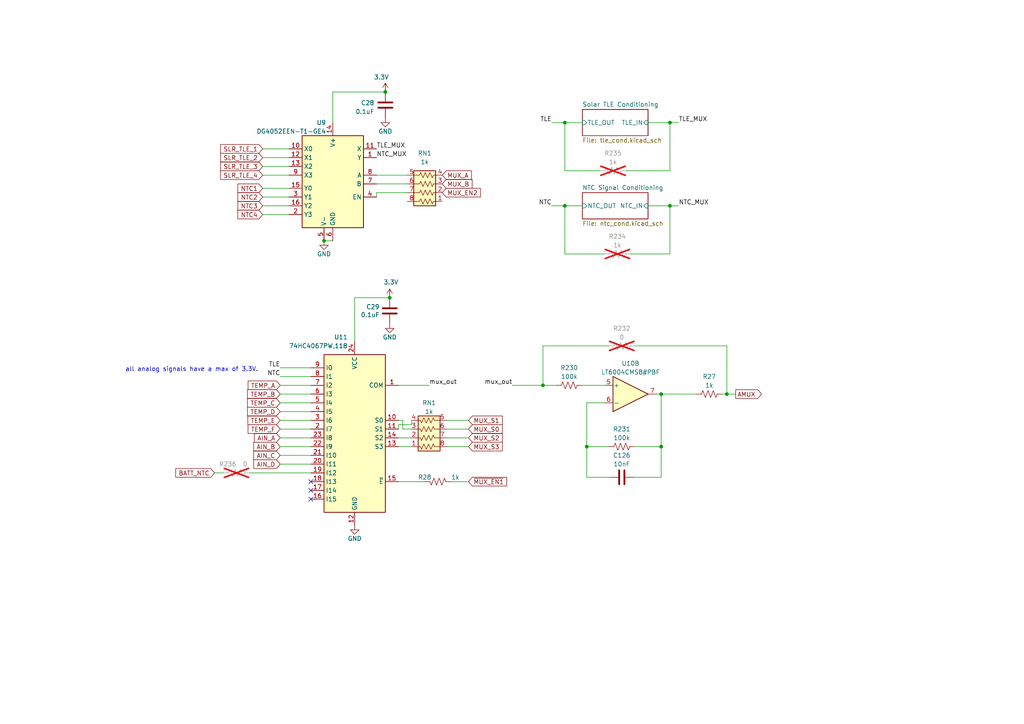
<source format=kicad_sch>
(kicad_sch (version 20230121) (generator eeschema)
  (paper "A4")
  (title_block (company "Sierra Lobo INC."))
  (lib_symbols
    (symbol "74xx:CD74HC4067M"
      (property "Reference" "U" (at -8.89 22.86 0))
      (property "Value" "CD74HC4067M" (at 1.27 22.86 0))
      (symbol "CD74HC4067M_0_1"
        (rectangle (start -8.89 21.59) (end 8.89 -24.13) (stroke (width 0.254)) (fill (type background)))
      )
      (symbol "CD74HC4067M_1_1"
        (pin passive line (at -12.7 12.7 0) (length 3.81) (name "COM") (number "1"))
        (pin input line (at -12.7 2.54 0) (length 3.81) (name "S0") (number "10"))
        (pin input line (at -12.7 0 0) (length 3.81) (name "S1") (number "11"))
        (pin power_in line (at 0 -27.94 90) (length 3.81) (name "GND") (number "12"))
        (pin input line (at -12.7 -5.08 0) (length 3.81) (name "S3") (number "13"))
        (pin input line (at -12.7 -2.54 0) (length 3.81) (name "S2") (number "14"))
        (pin input line (at -12.7 -15.24 0) (length 3.81) (name "~{E}") (number "15"))
        (pin passive line (at 12.7 -20.32 180) (length 3.81) (name "I15") (number "16"))
        (pin passive line (at 12.7 -17.78 180) (length 3.81) (name "I14") (number "17"))
        (pin passive line (at 12.7 -15.24 180) (length 3.81) (name "I13") (number "18"))
        (pin passive line (at 12.7 -12.7 180) (length 3.81) (name "I12") (number "19"))
        (pin passive line (at 12.7 0 180) (length 3.81) (name "I7") (number "2"))
        (pin passive line (at 12.7 -10.16 180) (length 3.81) (name "I11") (number "20"))
        (pin passive line (at 12.7 -7.62 180) (length 3.81) (name "I10") (number "21"))
        (pin passive line (at 12.7 -5.08 180) (length 3.81) (name "I9") (number "22"))
        (pin passive line (at 12.7 -2.54 180) (length 3.81) (name "I8") (number "23"))
        (pin power_in line (at 0 25.4 270) (length 3.81) (name "VCC") (number "24"))
        (pin passive line (at 12.7 2.54 180) (length 3.81) (name "I6") (number "3"))
        (pin passive line (at 12.7 5.08 180) (length 3.81) (name "I5") (number "4"))
        (pin passive line (at 12.7 7.62 180) (length 3.81) (name "I4") (number "5"))
        (pin passive line (at 12.7 10.16 180) (length 3.81) (name "I3") (number "6"))
        (pin passive line (at 12.7 12.7 180) (length 3.81) (name "I2") (number "7"))
        (pin passive line (at 12.7 15.24 180) (length 3.81) (name "I1") (number "8"))
        (pin passive line (at 12.7 17.78 180) (length 3.81) (name "I0") (number "9"))
      )
    )
    (symbol "Device:C" (pin_numbers hide) (pin_names (offset 0.254))
      (property "Reference" "C" (at 0.635 2.54 0))
      (property "Value" "C" (at 0.635 -2.54 0))
      (symbol "C_0_1"
        (polyline (pts (xy -2.032 -0.762) (xy 2.032 -0.762)) (stroke (width 0.508)))
        (polyline (pts (xy -2.032 0.762) (xy 2.032 0.762)) (stroke (width 0.508)))
      )
      (symbol "C_1_1"
        (pin passive line (at 0 3.81 270) (length 2.794) (name "~") (number "1"))
        (pin passive line (at 0 -3.81 90) (length 2.794) (name "~") (number "2"))
      )
    )
    (symbol "Device:R_US" (pin_numbers hide) (pin_names (offset 0))
      (property "Reference" "R" (at 2.54 0 90))
      (property "Value" "R_US" (at -2.54 0 90))
      (symbol "R_US_0_1"
        (polyline (pts (xy 0 -2.286) (xy 0 -2.54)))
        (polyline (pts (xy 0 2.286) (xy 0 2.54)))
        (polyline (pts (xy 0 -0.762) (xy 1.016 -1.143) (xy 0 -1.524) (xy -1.016 -1.905) (xy 0 -2.286)))
        (polyline (pts (xy 0 0.762) (xy 1.016 0.381) (xy 0 0) (xy -1.016 -0.381) (xy 0 -0.762)))
        (polyline (pts (xy 0 2.286) (xy 1.016 1.905) (xy 0 1.524) (xy -1.016 1.143) (xy 0 0.762)))
      )
      (symbol "R_US_1_1"
        (pin passive line (at 0 3.81 270) (length 1.27) (name "~") (number "1"))
        (pin passive line (at 0 -3.81 90) (length 1.27) (name "~") (number "2"))
      )
    )
    (symbol "SierraLobo:DG4052EEN-T1-GE4"
      (property "Reference" "U" (at -8.89 22.86 0))
      (property "Value" "DG4052EEN-T1-GE4" (at 1.27 22.86 0))
      (symbol "DG4052EEN-T1-GE4_1_0"
        (pin passive line (at 2.54 -8.89 90) (length 3.81) (name "V-") (number "5"))
      )
      (symbol "DG4052EEN-T1-GE4_1_1"
        (rectangle (start -8.89 21.59) (end 8.89 -5.08) (stroke (width 0.254)) (fill (type background)))
        (pin passive line (at -12.7 15.24 0) (length 3.81) (name "Y") (number "1"))
        (pin passive line (at 12.7 17.78 180) (length 3.81) (name "X0") (number "10"))
        (pin passive line (at -12.7 17.78 0) (length 3.81) (name "X") (number "11"))
        (pin passive line (at 12.7 15.24 180) (length 3.81) (name "X1") (number "12"))
        (pin passive line (at 12.7 12.7 180) (length 3.81) (name "X2") (number "13"))
        (pin power_in line (at 0 25.4 270) (length 3.81) (name "V+") (number "14"))
        (pin passive line (at 12.7 6.35 180) (length 3.81) (name "Y0") (number "15"))
        (pin passive line (at 12.7 1.27 180) (length 3.81) (name "Y2") (number "16"))
        (pin passive line (at 12.7 -1.27 180) (length 3.81) (name "Y3") (number "2"))
        (pin passive line (at 12.7 3.81 180) (length 3.81) (name "Y1") (number "3"))
        (pin input line (at -12.7 3.81 0) (length 3.81) (name "EN") (number "4"))
        (pin power_in line (at 0 -8.89 90) (length 3.81) (name "GND") (number "6"))
        (pin passive line (at -12.7 7.62 0) (length 3.81) (name "B") (number "7"))
        (pin passive line (at -12.7 10.16 0) (length 3.81) (name "A") (number "8"))
        (pin passive line (at 12.7 10.16 180) (length 3.81) (name "X3") (number "9"))
      )
    )
    (symbol "SierraLobo:LT6004CMS8#PBF" (pin_names (offset 0.127))
      (property "Reference" "U" (at 0 5.08 0))
      (property "Value" "LT6004CMS8#PBF" (at 0 -5.08 0))
      (symbol "LT6004CMS8#PBF_1_1"
        (polyline (pts (xy -5.08 5.08) (xy 5.08 0) (xy -5.08 -5.08) (xy -5.08 5.08)) (stroke (width 0.254)) (fill (type background)))
        (pin output line (at 7.62 0 180) (length 2.54) (name "~") (number "1"))
        (pin input line (at -7.62 -2.54 0) (length 2.54) (name "-") (number "2"))
        (pin input line (at -7.62 2.54 0) (length 2.54) (name "+") (number "3"))
      )
      (symbol "LT6004CMS8#PBF_2_1"
        (polyline (pts (xy -5.08 5.08) (xy 5.08 0) (xy -5.08 -5.08) (xy -5.08 5.08)) (stroke (width 0.254)) (fill (type background)))
        (pin input line (at -7.62 2.54 0) (length 2.54) (name "+") (number "5"))
        (pin input line (at -7.62 -2.54 0) (length 2.54) (name "-") (number "6"))
        (pin output line (at 7.62 0 180) (length 2.54) (name "~") (number "7"))
      )
      (symbol "LT6004CMS8#PBF_3_1"
        (pin power_in line (at -2.54 -7.62 90) (length 3.81) (name "V-") (number "4"))
        (pin power_in line (at -2.54 7.62 270) (length 3.81) (name "V+") (number "8"))
      )
    )
    (symbol "SierraLobo:R_Network04_US" (pin_names (offset 0) hide)
      (property "Reference" "RN" (at -7.62 0 90))
      (property "Value" "R_Network04_US" (at 5.08 0 90))
      (symbol "R_Network04_US_0_1"
        (rectangle (start -6.35 3.175) (end 3.81 -3.175) (stroke (width 0.254)) (fill (type background)))
        (polyline (pts (xy -5.08 2.54) (xy -5.08 1.524) (xy -4.318 1.1684) (xy -5.842 0.508) (xy -4.318 -0.1524) (xy -5.842 -0.8382) (xy -4.318 -1.524) (xy -5.842 -2.1844) (xy -5.08 -2.54) (xy -5.08 -3.81)))
        (polyline (pts (xy -2.54 2.54) (xy -2.54 1.524) (xy -1.778 1.1684) (xy -3.302 0.508) (xy -1.778 -0.1524) (xy -3.302 -0.8382) (xy -1.778 -1.524) (xy -3.302 -2.1844) (xy -2.54 -2.54) (xy -2.54 -3.81)))
        (polyline (pts (xy 0 2.54) (xy 0 1.524) (xy 0.762 1.1684) (xy -0.762 0.508) (xy 0.762 -0.1524) (xy -0.762 -0.8382) (xy 0.762 -1.524) (xy -0.762 -2.1844) (xy 0 -2.54) (xy 0 -3.81)))
        (polyline (pts (xy 2.54 2.54) (xy 2.54 1.524) (xy 3.302 1.1684) (xy 1.778 0.508) (xy 3.302 -0.1524) (xy 1.778 -0.8382) (xy 3.302 -1.524) (xy 1.778 -2.1844) (xy 2.54 -2.54) (xy 2.54 -3.81)))
      )
      (symbol "R_Network04_US_1_1"
        (pin passive line (at -5.08 -5.08 90) (length 1.27) (name "~") (number "1"))
        (pin passive line (at -2.54 -5.08 90) (length 1.27) (name "~") (number "2"))
        (pin passive line (at 0 -5.08 90) (length 1.27) (name "~") (number "3"))
        (pin passive line (at 2.54 -5.08 90) (length 1.27) (name "~") (number "4"))
        (pin passive line (at 2.54 5.08 270) (length 2.54) (name "~") (number "5"))
        (pin passive line (at 0 5.08 270) (length 2.54) (name "~") (number "6"))
        (pin passive line (at -2.54 5.08 270) (length 2.54) (name "~") (number "7"))
        (pin passive line (at -5.08 5.08 270) (length 2.54) (name "~") (number "8"))
      )
    )
    (symbol "mainboard:3.3V" (power) (pin_names (offset 1.016))
      (property "Value" "3.3V" (at -1.016 3.556 0))
      (symbol "3.3V_1_0"
        (polyline (pts (xy 0 2.54) (xy -0.762 1.27)))
        (polyline (pts (xy 0.762 1.27) (xy 0 2.54)))
        (pin power_in line (at 0 0 90) (length 2.54) (name "3.3V") (number "1"))
      )
    )
    (symbol "power:GND" (power) (pin_names (offset 0))
      (property "Value" "GND" (at 0 -3.81 0))
      (symbol "GND_0_1"
        (polyline (pts (xy 0 0) (xy 0 -1.27) (xy 1.27 -1.27) (xy 0 -2.54) (xy -1.27 -1.27) (xy 0 -1.27)))
      )
      (symbol "GND_1_1"
        (pin power_in line (at 0 0 270) (length 0) hide (name "GND") (number "1"))
      )
    )
  )
  (junction (at 191.77 129.54))
  (junction (at 194.31 35.56))
  (junction (at 111.76 26.67))
  (junction (at 163.83 35.56))
  (junction (at 113.03 86.36))
  (junction (at 170.18 129.54))
  (junction (at 210.82 114.3))
  (junction (at 191.77 114.3))
  (junction (at 157.48 111.76))
  (junction (at 93.98 69.85))
  (junction (at 163.83 59.69))
  (junction (at 194.31 59.69))
  (no_connect (at 90.17 144.78))
  (no_connect (at 90.17 142.24))
  (no_connect (at 90.17 139.7))
  (wire (pts (xy 90.17 106.68) (xy 81.28 106.68)))
  (wire (pts (xy 191.77 114.3) (xy 190.5 114.3)))
  (wire (pts (xy 90.17 111.76) (xy 81.28 111.76)))
  (wire (pts (xy 135.89 124.46) (xy 129.54 124.46)))
  (wire (pts (xy 168.91 35.56) (xy 163.83 35.56)))
  (wire (pts (xy 124.46 111.76) (xy 115.57 111.76)))
  (wire (pts (xy 96.52 26.67) (xy 96.52 35.56)))
  (wire (pts (xy 194.31 35.56) (xy 187.96 35.56)))
  (wire (pts (xy 83.82 54.61) (xy 76.2 54.61)))
  (wire (pts (xy 194.31 59.69) (xy 187.96 59.69)))
  (wire (pts (xy 170.18 138.43) (xy 176.53 138.43)))
  (wire (pts (xy 170.18 129.54) (xy 170.18 138.43)))
  (wire (pts (xy 191.77 138.43) (xy 184.15 138.43)))
  (wire (pts (xy 90.17 127) (xy 81.28 127)))
  (wire (pts (xy 163.83 73.66) (xy 163.83 59.69)))
  (wire (pts (xy 194.31 49.53) (xy 194.31 35.56)))
  (wire (pts (xy 209.55 114.3) (xy 210.82 114.3)))
  (wire (pts (xy 163.83 59.69) (xy 160.02 59.69)))
  (wire (pts (xy 116.84 124.46) (xy 116.84 121.92)))
  (wire (pts (xy 135.89 121.92) (xy 129.54 121.92)))
  (wire (pts (xy 62.23 137.16) (xy 64.77 137.16)))
  (wire (pts (xy 119.38 129.54) (xy 115.57 129.54)))
  (wire (pts (xy 118.11 53.34) (xy 109.22 53.34)))
  (wire (pts (xy 119.38 121.92) (xy 119.38 123.19)))
  (wire (pts (xy 76.2 45.72) (xy 83.82 45.72)))
  (wire (pts (xy 116.84 121.92) (xy 115.57 121.92)))
  (wire (pts (xy 175.26 116.84) (xy 170.18 116.84)))
  (wire (pts (xy 90.17 124.46) (xy 81.28 124.46)))
  (wire (pts (xy 210.82 100.33) (xy 210.82 114.3)))
  (wire (pts (xy 76.2 48.26) (xy 83.82 48.26)))
  (wire (pts (xy 176.53 100.33) (xy 157.48 100.33)))
  (wire (pts (xy 157.48 111.76) (xy 161.29 111.76)))
  (wire (pts (xy 135.89 127) (xy 129.54 127)))
  (wire (pts (xy 163.83 35.56) (xy 160.02 35.56)))
  (wire (pts (xy 173.99 49.53) (xy 163.83 49.53)))
  (wire (pts (xy 184.15 129.54) (xy 191.77 129.54)))
  (wire (pts (xy 96.52 69.85) (xy 93.98 69.85)))
  (wire (pts (xy 181.61 49.53) (xy 194.31 49.53)))
  (wire (pts (xy 90.17 109.22) (xy 81.28 109.22)))
  (wire (pts (xy 119.38 127) (xy 115.57 127)))
  (wire (pts (xy 90.17 116.84) (xy 81.28 116.84)))
  (wire (pts (xy 170.18 129.54) (xy 176.53 129.54)))
  (wire (pts (xy 157.48 100.33) (xy 157.48 111.76)))
  (wire (pts (xy 168.91 111.76) (xy 175.26 111.76)))
  (wire (pts (xy 111.76 26.67) (xy 96.52 26.67)))
  (wire (pts (xy 210.82 114.3) (xy 213.36 114.3)))
  (wire (pts (xy 194.31 73.66) (xy 194.31 59.69)))
  (wire (pts (xy 76.2 50.8) (xy 83.82 50.8)))
  (wire (pts (xy 148.59 111.76) (xy 157.48 111.76)))
  (wire (pts (xy 109.22 55.88) (xy 109.22 57.15)))
  (wire (pts (xy 119.38 124.46) (xy 116.84 124.46)))
  (wire (pts (xy 76.2 43.18) (xy 83.82 43.18)))
  (wire (pts (xy 135.89 139.7) (xy 130.81 139.7)))
  (wire (pts (xy 83.82 57.15) (xy 76.2 57.15)))
  (wire (pts (xy 118.11 50.8) (xy 109.22 50.8)))
  (wire (pts (xy 182.88 73.66) (xy 194.31 73.66)))
  (wire (pts (xy 168.91 59.69) (xy 163.83 59.69)))
  (wire (pts (xy 90.17 129.54) (xy 81.28 129.54)))
  (wire (pts (xy 135.89 129.54) (xy 129.54 129.54)))
  (wire (pts (xy 90.17 119.38) (xy 81.28 119.38)))
  (wire (pts (xy 196.85 35.56) (xy 194.31 35.56)))
  (wire (pts (xy 113.03 86.36) (xy 102.87 86.36)))
  (wire (pts (xy 118.11 55.88) (xy 109.22 55.88)))
  (wire (pts (xy 191.77 114.3) (xy 201.93 114.3)))
  (wire (pts (xy 72.39 137.16) (xy 90.17 137.16)))
  (wire (pts (xy 191.77 129.54) (xy 191.77 114.3)))
  (wire (pts (xy 90.17 132.08) (xy 81.28 132.08)))
  (wire (pts (xy 191.77 129.54) (xy 191.77 138.43)))
  (wire (pts (xy 83.82 62.23) (xy 76.2 62.23)))
  (wire (pts (xy 90.17 121.92) (xy 81.28 121.92)))
  (wire (pts (xy 90.17 134.62) (xy 81.28 134.62)))
  (wire (pts (xy 175.26 73.66) (xy 163.83 73.66)))
  (wire (pts (xy 163.83 49.53) (xy 163.83 35.56)))
  (wire (pts (xy 123.19 139.7) (xy 115.57 139.7)))
  (wire (pts (xy 90.17 114.3) (xy 81.28 114.3)))
  (wire (pts (xy 115.57 124.46) (xy 115.57 123.19)))
  (wire (pts (xy 115.57 123.19) (xy 119.38 123.19)))
  (wire (pts (xy 184.15 100.33) (xy 210.82 100.33)))
  (wire (pts (xy 170.18 116.84) (xy 170.18 129.54)))
  (wire (pts (xy 196.85 59.69) (xy 194.31 59.69)))
  (wire (pts (xy 83.82 59.69) (xy 76.2 59.69)))
  (wire (pts (xy 102.87 86.36) (xy 102.87 99.06)))
  (text "all analog signals have a max of 3.3V." (at 74.93 107.95 0) (effects (font (size 1.27 1.27)) (justify right bottom)))
  (label "TLE_MUX" (at 109.22 43.18 0))
  (label "TLE" (at 81.28 106.68 180))
  (label "NTC_MUX" (at 196.85 59.69 0))
  (label "NTC" (at 160.02 59.69 180))
  (label "NTC_MUX" (at 109.22 45.72 0))
  (label "TLE" (at 160.02 35.56 180))
  (label "mux_out" (at 148.59 111.76 180))
  (label "NTC" (at 81.28 109.22 180))
  (label "mux_out" (at 124.46 111.76 0))
  (label "TLE_MUX" (at 196.85 35.56 0))
  (global_label "MUX_S2" (shape input) (at 135.89 127 0) (property "Intersheetrefs" "${INTERSHEET_REFS}" (effects hide)))
  (global_label "MUX_B" (shape input) (at 128.27 53.34 0) (property "Intersheetrefs" "${INTERSHEET_REFS}" (effects hide)))
  (global_label "AIN_B" (shape input) (at 81.28 129.54 180) (property "Intersheetrefs" "${INTERSHEET_REFS}" (effects hide)))
  (global_label "TEMP_D" (shape input) (at 81.28 119.38 180) (property "Intersheetrefs" "${INTERSHEET_REFS}" (effects hide)))
  (global_label "SLR_TLE_3" (shape input) (at 76.2 48.26 180) (property "Intersheetrefs" "${INTERSHEET_REFS}" (effects hide)))
  (global_label "~{MUX_EN1}" (shape input) (at 135.89 139.7 0) (property "Intersheetrefs" "${INTERSHEET_REFS}" (effects hide)))
  (global_label "MUX_EN2" (shape input) (at 128.27 55.88 0) (property "Intersheetrefs" "${INTERSHEET_REFS}" (effects hide)))
  (global_label "MUX_S0" (shape input) (at 135.89 124.46 0) (property "Intersheetrefs" "${INTERSHEET_REFS}" (effects hide)))
  (global_label "AIN_D" (shape input) (at 81.28 134.62 180) (property "Intersheetrefs" "${INTERSHEET_REFS}" (effects hide)))
  (global_label "AMUX" (shape output) (at 213.36 114.3 0) (property "Intersheetrefs" "${INTERSHEET_REFS}" (effects hide)))
  (global_label "SLR_TLE_1" (shape input) (at 76.2 43.18 180) (property "Intersheetrefs" "${INTERSHEET_REFS}" (effects hide)))
  (global_label "SLR_TLE_2" (shape input) (at 76.2 45.72 180) (property "Intersheetrefs" "${INTERSHEET_REFS}" (effects hide)))
  (global_label "MUX_S3" (shape input) (at 135.89 129.54 0) (property "Intersheetrefs" "${INTERSHEET_REFS}" (effects hide)))
  (global_label "AIN_C" (shape input) (at 81.28 132.08 180) (property "Intersheetrefs" "${INTERSHEET_REFS}" (effects hide)))
  (global_label "TEMP_E" (shape input) (at 81.28 121.92 180) (property "Intersheetrefs" "${INTERSHEET_REFS}" (effects hide)))
  (global_label "NTC1" (shape input) (at 76.2 54.61 180) (property "Intersheetrefs" "${INTERSHEET_REFS}" (effects hide)))
  (global_label "NTC4" (shape input) (at 76.2 62.23 180) (property "Intersheetrefs" "${INTERSHEET_REFS}" (effects hide)))
  (global_label "MUX_A" (shape input) (at 128.27 50.8 0) (property "Intersheetrefs" "${INTERSHEET_REFS}" (effects hide)))
  (global_label "AIN_A" (shape input) (at 81.28 127 180) (property "Intersheetrefs" "${INTERSHEET_REFS}" (effects hide)))
  (global_label "TEMP_F" (shape input) (at 81.28 124.46 180) (property "Intersheetrefs" "${INTERSHEET_REFS}" (effects hide)))
  (global_label "NTC3" (shape input) (at 76.2 59.69 180) (property "Intersheetrefs" "${INTERSHEET_REFS}" (effects hide)))
  (global_label "TEMP_B" (shape input) (at 81.28 114.3 180) (property "Intersheetrefs" "${INTERSHEET_REFS}" (effects hide)))
  (global_label "BATT_NTC" (shape input) (at 62.23 137.16 180) (property "Intersheetrefs" "${INTERSHEET_REFS}" (effects hide)))
  (global_label "TEMP_A" (shape input) (at 81.28 111.76 180) (property "Intersheetrefs" "${INTERSHEET_REFS}" (effects hide)))
  (global_label "NTC2" (shape input) (at 76.2 57.15 180) (property "Intersheetrefs" "${INTERSHEET_REFS}" (effects hide)))
  (global_label "SLR_TLE_4" (shape input) (at 76.2 50.8 180) (property "Intersheetrefs" "${INTERSHEET_REFS}" (effects hide)))
  (global_label "TEMP_C" (shape input) (at 81.28 116.84 180) (property "Intersheetrefs" "${INTERSHEET_REFS}" (effects hide)))
  (global_label "MUX_S1" (shape input) (at 135.89 121.92 0) (property "Intersheetrefs" "${INTERSHEET_REFS}" (effects hide)))
  (symbol (lib_id "power:GND") (at 102.87 152.4 0) (mirror y) (unit 1)
    (property "Reference" "#PWR038" (effects hide))
    (property "Value" "GND" (at 102.87 156.21 0))
    (instances (project "mainboard" (path "" (reference "#PWR0161") (unit 1))))
  )
  (symbol (lib_id "SierraLobo:R_Network04_US") (at 123.19 53.34 90) (unit 1)
    (property "Reference" "RN1" (at 123.19 44.45 90))
    (property "Value" "1k" (at 123.19 46.99 90))
    (property "Footprint" "SierraLobo:RAVF164D" (effects hide))
    (property "Datasheet" "RAVF164DJT1K00" (effects hide))
    (instances (project "mainboard" (path "" (reference "RN1") (unit 1)) (path "" (reference "RN5") (unit 1))))
  )
  (symbol (lib_id "Device:R_US") (at 180.34 129.54 90) (unit 1)
    (property "Reference" "R231" (at 180.34 124.46 90))
    (property "Value" "100k" (at 180.34 127 90))
  )
  (symbol (lib_id "mainboard:3.3V") (at 111.76 26.67 0) (mirror y) (unit 1)
    (property "Reference" "#SUPPLY02" (effects hide))
    (property "Value" "3.3V" (at 112.776 23.114 0) (effects (justify left bottom)))
    (instances (project "mainboard" (path "" (reference "#SUPPLY02") (unit 1)) (path "" (reference "#SUPPLY027") (unit 1)) (path "" (reference "#SUPPLY018") (unit 1))))
  )
  (symbol (lib_id "power:GND") (at 113.03 93.98 0) (mirror y) (unit 1)
    (property "Reference" "#PWR037" (effects hide))
    (property "Value" "GND" (at 113.03 97.79 0))
    (instances (project "mainboard" (path "" (reference "#PWR0158") (unit 1))))
  )
  (symbol (lib_id "mainboard:3.3V") (at 113.03 86.36 0) (mirror y) (unit 1)
    (property "Reference" "#SUPPLY019" (effects hide))
    (property "Value" "3.3V" (at 115.57 82.55 0) (effects (justify left bottom)))
  )
  (symbol (lib_id "SierraLobo:LT6004CMS8#PBF") (at 182.88 114.3 0) (unit 2)
    (property "Reference" "U10" (at 182.88 105.41 0))
    (property "Value" "LT6004CMS8#PBF" (at 182.88 107.95 0))
    (property "Footprint" "Package_SO:MSOP-8_3x3mm_P0.65mm" (effects hide))
  )
  (symbol (lib_id "Device:C") (at 113.03 90.17 0) (mirror y) (unit 1)
    (property "Reference" "C29" (at 110.109 89.0016 0) (effects (justify left)))
    (property "Value" "0.1uF" (at 110.109 91.313 0) (effects (justify left)))
    (property "Footprint" "Capacitor_SMD:C_0603_1608Metric" (effects hide))
  )
  (symbol (lib_id "74xx:CD74HC4067M") (at 102.87 124.46 0) (mirror y) (unit 1)
    (property "Reference" "U11" (at 100.8506 97.79 0) (effects (justify left)))
    (property "Value" "74HC4067PW,118" (at 100.8506 100.33 0) (effects (justify left)))
    (property "Footprint" "Package_SO:TSSOP-24_4.4x7.8mm_P0.65mm" (effects hide))
  )
  (symbol (lib_id "Device:R_US") (at 127 139.7 270) (mirror x) (unit 1)
    (property "Reference" "R28" (at 123.19 138.43 90))
    (property "Value" "1k" (at 132.08 138.43 90))
    (property "Footprint" "Resistor_SMD:R_0603_1608Metric" (effects hide))
  )
  (symbol (lib_id "Device:C") (at 111.76 30.48 0) (mirror y) (unit 1)
    (property "Reference" "C28" (at 108.585 29.845 0) (effects (justify left)))
    (property "Value" "0.1uF" (at 108.585 32.385 0) (effects (justify left)))
    (property "Footprint" "Capacitor_SMD:C_0603_1608Metric" (effects hide))
  )
  (symbol (lib_id "Device:R_US") (at 180.34 100.33 90) (unit 1) (dnp yes)
    (property "Reference" "R232" (at 180.34 95.25 90))
    (property "Value" "0" (at 180.34 97.79 90))
    (property "Footprint" "Resistor_SMD:R_0603_1608Metric" (effects hide))
  )
  (symbol (lib_id "Device:C") (at 180.34 138.43 90) (unit 1)
    (property "Reference" "C126" (at 180.34 132.08 90))
    (property "Value" "10nF" (at 180.34 134.62 90))
  )
  (symbol (lib_id "Device:R_US") (at 205.74 114.3 90) (unit 1)
    (property "Reference" "R27" (at 205.74 109.22 90))
    (property "Value" "1k" (at 205.74 111.76 90))
    (property "Footprint" "Resistor_SMD:R_0603_1608Metric" (effects hide))
  )
  (symbol (lib_id "SierraLobo:R_Network04_US") (at 124.46 124.46 270) (mirror x) (unit 1)
    (property "Reference" "RN1" (at 124.46 116.84 90))
    (property "Value" "1k" (at 124.46 119.38 90))
    (property "Footprint" "SierraLobo:RAVF164D" (effects hide))
    (property "Datasheet" "RAVF164DJT1K00" (effects hide))
    (instances (project "mainboard" (path "" (reference "RN1") (unit 1)) (path "" (reference "RN6") (unit 1))))
  )
  (symbol (lib_id "power:GND") (at 111.76 34.29 0) (unit 1)
    (property "Reference" "#PWR05" (effects hide))
    (property "Value" "GND" (at 111.76 38.1 0))
    (instances (project "mainboard" (path "" (reference "#PWR05") (unit 1)) (path "" (reference "#PWR0156") (unit 1))))
  )
  (symbol (lib_id "SierraLobo:DG4052EEN-T1-GE4") (at 96.52 60.96 0) (mirror y) (unit 1)
    (property "Reference" "U9" (at 94.5641 35.56 0) (effects (justify left)))
    (property "Value" "DG4052EEN-T1-GE4" (at 94.5641 38.1 0) (effects (justify left)))
  )
  (symbol (lib_id "Device:R_US") (at 177.8 49.53 90) (unit 1) (dnp yes)
    (property "Reference" "R233" (at 177.8 44.45 90))
    (property "Value" "1k" (at 177.8 46.99 90))
    (property "Footprint" "Resistor_SMD:R_0603_1608Metric" (effects hide))
    (instances (project "mainboard" (path "" (reference "R235") (unit 1))))
  )
  (symbol (lib_id "Device:R_US") (at 68.58 137.16 90) (unit 1) (dnp yes)
    (property "Reference" "R233" (at 66.04 134.62 90))
    (property "Value" "0" (at 71.12 134.62 90))
    (property "Footprint" "Resistor_SMD:R_0603_1608Metric" (effects hide))
    (instances (project "mainboard" (path "" (reference "R236") (unit 1))))
  )
  (symbol (lib_id "Device:R_US") (at 179.07 73.66 90) (unit 1) (dnp yes)
    (property "Reference" "R233" (at 179.07 68.58 90))
    (property "Value" "1k" (at 179.07 71.12 90))
    (property "Footprint" "Resistor_SMD:R_0603_1608Metric" (effects hide))
    (instances (project "mainboard" (path "" (reference "R234") (unit 1))))
  )
  (symbol (lib_id "Device:R_US") (at 165.1 111.76 90) (unit 1)
    (property "Reference" "R230" (at 165.1 106.68 90))
    (property "Value" "100k" (at 165.1 109.22 90))
  )
  (symbol (lib_id "power:GND") (at 93.98 69.85 0) (mirror y) (unit 1)
    (property "Reference" "#PWR0169" (effects hide))
    (property "Value" "GND" (at 93.98 73.66 0))
    (instances (project "mainboard" (path "" (reference "#PWR0157") (unit 1))))
  )
  (sheet (at 168.91 55.88) (size 19.05 7.62) (stroke (width 0.1524))
    (property "Sheetname" "NTC Signal Conditioning" (at 168.91 55.1684 0) (effects (justify left bottom)))
    (property "Sheetfile" "ntc_cond.kicad_sch" (at 168.91 64.0846 0) (effects (justify left top)))
    (pin "NTC_IN" input (at 187.96 59.69 0))
    (pin "NTC_OUT" input (at 168.91 59.69 180))
  )
  (sheet (at 168.91 31.75) (size 19.05 7.62) (stroke (width 0.1524))
    (property "Sheetname" "Solar TLE Conditioning" (at 168.91 31.0384 0) (effects (justify left bottom)))
    (property "Sheetfile" "tle_cond.kicad_sch" (at 168.91 39.9546 0) (effects (justify left top)))
    (pin "TLE_OUT" input (at 168.91 35.56 180))
    (pin "TLE_IN" input (at 187.96 35.56 0))
  )
)
</source>
